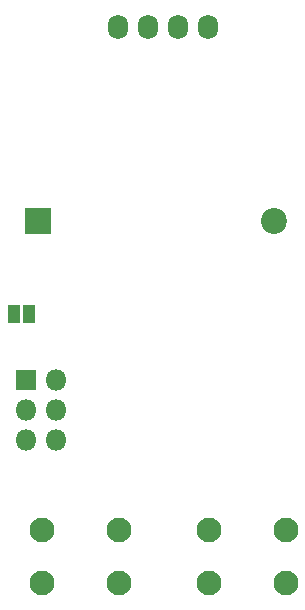
<source format=gbr>
%TF.GenerationSoftware,KiCad,Pcbnew,5.1.6-c6e7f7d~87~ubuntu19.10.1*%
%TF.CreationDate,2021-11-12T23:16:19-08:00*%
%TF.ProjectId,crobagotchi,63726f62-6167-46f7-9463-68692e6b6963,rev?*%
%TF.SameCoordinates,Original*%
%TF.FileFunction,Soldermask,Bot*%
%TF.FilePolarity,Negative*%
%FSLAX46Y46*%
G04 Gerber Fmt 4.6, Leading zero omitted, Abs format (unit mm)*
G04 Created by KiCad (PCBNEW 5.1.6-c6e7f7d~87~ubuntu19.10.1) date 2021-11-12 23:16:19*
%MOMM*%
%LPD*%
G01*
G04 APERTURE LIST*
%ADD10C,2.200000*%
%ADD11R,2.200000X2.200000*%
%ADD12O,1.700000X2.100000*%
%ADD13C,2.100000*%
%ADD14R,1.100000X1.600000*%
%ADD15O,1.800000X1.800000*%
%ADD16R,1.800000X1.800000*%
G04 APERTURE END LIST*
D10*
%TO.C,BT1*%
X121092000Y-68326000D03*
D11*
X101092000Y-68326000D03*
%TD*%
D12*
%TO.C,Brd1*%
X110426000Y-51884000D03*
X107886000Y-51884000D03*
X112966000Y-51884000D03*
X115506000Y-51884000D03*
%TD*%
D13*
%TO.C,SW3*%
X122070000Y-94488000D03*
X122070000Y-98988000D03*
X115570000Y-94488000D03*
X115570000Y-98988000D03*
%TD*%
%TO.C,SW2*%
X101473000Y-98988000D03*
X101473000Y-94488000D03*
X107973000Y-98988000D03*
X107973000Y-94488000D03*
%TD*%
D14*
%TO.C,SW1*%
X100360000Y-76200000D03*
X99060000Y-76200000D03*
%TD*%
D15*
%TO.C,J1*%
X102616000Y-86868000D03*
X100076000Y-86868000D03*
X102616000Y-84328000D03*
X100076000Y-84328000D03*
X102616000Y-81788000D03*
D16*
X100076000Y-81788000D03*
%TD*%
M02*

</source>
